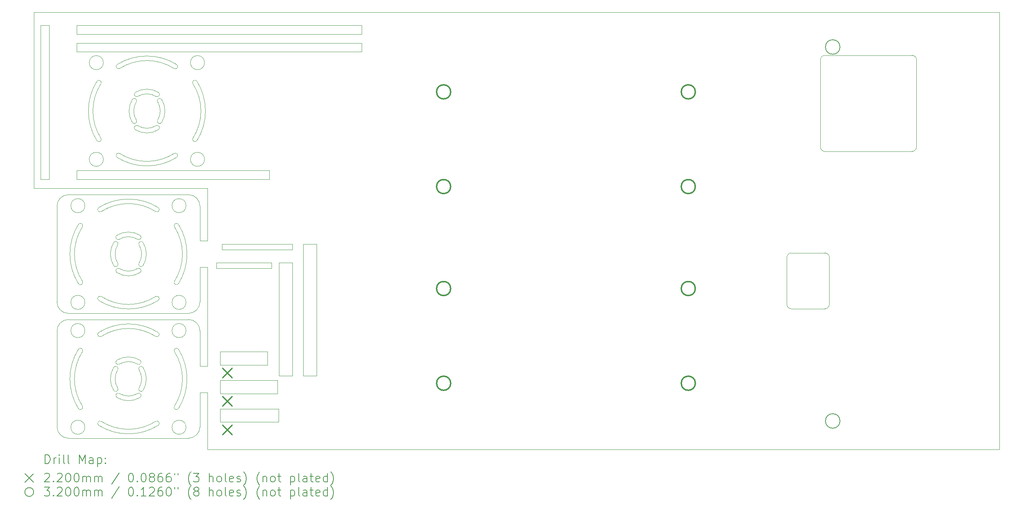
<source format=gbr>
%TF.GenerationSoftware,KiCad,Pcbnew,8.0.9-8.0.9-0~ubuntu24.04.1*%
%TF.CreationDate,2025-03-26T21:15:21+01:00*%
%TF.ProjectId,HighIsoXFMR,48696768-4973-46f5-9846-4d522e6b6963,rev?*%
%TF.SameCoordinates,Original*%
%TF.FileFunction,Drillmap*%
%TF.FilePolarity,Positive*%
%FSLAX45Y45*%
G04 Gerber Fmt 4.5, Leading zero omitted, Abs format (unit mm)*
G04 Created by KiCad (PCBNEW 8.0.9-8.0.9-0~ubuntu24.04.1) date 2025-03-26 21:15:21*
%MOMM*%
%LPD*%
G01*
G04 APERTURE LIST*
%ADD10C,0.100000*%
%ADD11C,0.150000*%
%ADD12C,0.050000*%
%ADD13C,0.200000*%
%ADD14C,0.220000*%
%ADD15C,0.320000*%
G04 APERTURE END LIST*
D10*
X7287500Y-12725000D02*
X8362500Y-12725000D01*
X8362500Y-13025000D01*
X7287500Y-13025000D01*
X7287500Y-12725000D01*
X3836152Y-14690000D02*
G75*
G02*
X3576150Y-14430000I-2J260000D01*
G01*
X9175000Y-10275000D02*
X9475000Y-10275000D01*
X9475000Y-13275000D01*
X9175000Y-13275000D01*
X9175000Y-10275000D01*
X7000000Y-9000000D02*
X6998848Y-10200000D01*
X6825000Y-13650000D02*
X7000000Y-13650000D01*
X6825000Y-13050000D02*
X7000000Y-13050000D01*
X3200000Y-5300000D02*
X3400000Y-5300000D01*
X3400000Y-8800000D01*
X3200000Y-8800000D01*
X3200000Y-5300000D01*
X7000000Y-9000000D02*
X3050000Y-9000000D01*
X3836152Y-11990000D02*
X6566152Y-11990000D01*
X4025000Y-5700000D02*
X10500000Y-5700000D01*
X10500000Y-5900000D01*
X4025000Y-5900000D01*
X4025000Y-5700000D01*
X6823848Y-10800000D02*
X6998848Y-10800000D01*
X6825000Y-11590000D02*
X6823848Y-10800000D01*
X25000000Y-14950000D02*
X7000000Y-14950000D01*
X7287500Y-14025000D02*
X8612500Y-14025000D01*
X8612500Y-14325000D01*
X7287500Y-14325000D01*
X7287500Y-14025000D01*
X25000000Y-14950000D02*
X25000000Y-5000000D01*
X7325000Y-10275000D02*
X8925000Y-10275000D01*
X8925000Y-10400000D01*
X7325000Y-10400000D01*
X7325000Y-10275000D01*
X8625000Y-10700000D02*
X8925000Y-10700000D01*
X8925000Y-13275000D01*
X8625000Y-13275000D01*
X8625000Y-10700000D01*
X3575000Y-9410000D02*
G75*
G02*
X3835000Y-9150000I260000J0D01*
G01*
X25000000Y-5000000D02*
X3050000Y-5000000D01*
X6565000Y-11850000D02*
X3835000Y-11850000D01*
X3050000Y-5000000D02*
X3050000Y-9000000D01*
X3576152Y-14430000D02*
X3576152Y-12250000D01*
X6825000Y-13050000D02*
X6826152Y-12250000D01*
X3575000Y-11590000D02*
X3575000Y-9410000D01*
X6823848Y-10200000D02*
X6825000Y-9410000D01*
X4025000Y-8600000D02*
X8400000Y-8600000D01*
X8400000Y-8800000D01*
X4025000Y-8800000D01*
X4025000Y-8600000D01*
X7200000Y-10700000D02*
X8450000Y-10700000D01*
X8450000Y-10825000D01*
X7200000Y-10825000D01*
X7200000Y-10700000D01*
X6998848Y-10800000D02*
X7000000Y-13050000D01*
X6565000Y-9150000D02*
G75*
G02*
X6825000Y-9410000I0J-260000D01*
G01*
X6826152Y-14430000D02*
G75*
G02*
X6566152Y-14690002I-260002J0D01*
G01*
X3576152Y-12250000D02*
G75*
G02*
X3836152Y-11990002I259998J0D01*
G01*
X3835000Y-11850000D02*
G75*
G02*
X3575000Y-11590000I0J260000D01*
G01*
X6566152Y-14690000D02*
X3836152Y-14690000D01*
X4025000Y-5300000D02*
X10500000Y-5300000D01*
X10500000Y-5500000D01*
X4025000Y-5500000D01*
X4025000Y-5300000D01*
X7287500Y-13375000D02*
X8587500Y-13375000D01*
X8587500Y-13675000D01*
X7287500Y-13675000D01*
X7287500Y-13375000D01*
X6566152Y-11990000D02*
G75*
G02*
X6826150Y-12250000I-2J-260000D01*
G01*
X6823848Y-10200000D02*
X6998848Y-10200000D01*
X3835000Y-9150000D02*
X6565000Y-9150000D01*
X6825000Y-11590000D02*
G75*
G02*
X6565000Y-11850000I-260000J0D01*
G01*
X6826152Y-14430000D02*
X6825000Y-13650000D01*
X7000000Y-13650000D02*
X7000000Y-14950000D01*
X20166260Y-11645800D02*
X20166260Y-10575800D01*
X20266260Y-10475800D02*
X21031460Y-10475800D01*
X20928260Y-8064400D02*
X20928260Y-6080000D01*
X21028260Y-5980000D02*
X23012660Y-5980000D01*
X21031460Y-11745800D02*
X20266260Y-11745800D01*
X21131460Y-10575800D02*
X21131460Y-11645800D01*
X23012660Y-8164400D02*
X21028260Y-8164400D01*
X23112660Y-6080000D02*
X23112660Y-8064400D01*
X20166260Y-10575800D02*
G75*
G02*
X20266260Y-10475800I100000J0D01*
G01*
X20266260Y-11745800D02*
G75*
G02*
X20166260Y-11645800I0J100000D01*
G01*
X20928260Y-6080000D02*
G75*
G02*
X21028260Y-5980000I100000J0D01*
G01*
X21028260Y-8164400D02*
G75*
G02*
X20928260Y-8064400I0J100000D01*
G01*
X21031460Y-10475800D02*
G75*
G02*
X21131460Y-10575800I0J-100000D01*
G01*
X21131460Y-11645800D02*
G75*
G02*
X21031460Y-11745800I-100000J0D01*
G01*
X23012660Y-5980000D02*
G75*
G02*
X23112660Y-6080000I0J-100000D01*
G01*
X23112660Y-8064400D02*
G75*
G02*
X23012660Y-8164400I-100000J0D01*
G01*
D11*
X21372660Y-5789500D02*
G75*
G02*
X21042660Y-5789500I-165000J0D01*
G01*
X21042660Y-5789500D02*
G75*
G02*
X21372660Y-5789500I165000J0D01*
G01*
X21372660Y-14298500D02*
G75*
G02*
X21042660Y-14298500I-165000J0D01*
G01*
X21042660Y-14298500D02*
G75*
G02*
X21372660Y-14298500I165000J0D01*
G01*
D12*
X3870000Y-10500000D02*
G75*
G02*
X4063717Y-9823654I1259685J5121D01*
G01*
X3972477Y-10499959D02*
G75*
G02*
X4154323Y-9880199I1147045J0D01*
G01*
X4063717Y-9823654D02*
G75*
G02*
X4154323Y-9880199I44068J-30252D01*
G01*
X4063717Y-11176263D02*
G75*
G02*
X3870000Y-10500000I1065964J671224D01*
G01*
X4154323Y-11119719D02*
G75*
G02*
X3972477Y-10499959I965199J619760D01*
G01*
X4154323Y-11119719D02*
G75*
G02*
X4063717Y-11176264I-46538J-26293D01*
G01*
X4524360Y-11556007D02*
G75*
G02*
X4580905Y-11465401I30252J44068D01*
G01*
X4524360Y-9443360D02*
G75*
G02*
X5200624Y-9249643I671224J-1065965D01*
G01*
X4580905Y-9533966D02*
G75*
G02*
X4524360Y-9443360I-26293J46538D01*
G01*
X4580905Y-9533966D02*
G75*
G02*
X5200665Y-9352121I619760J-965199D01*
G01*
X4790000Y-10499941D02*
G75*
G02*
X4865574Y-10235813I505460J-1750D01*
G01*
X4865574Y-10764127D02*
G75*
G02*
X4790000Y-10499941I429888J265878D01*
G01*
X4865577Y-10235788D02*
G75*
G02*
X4956183Y-10292333I44068J-30252D01*
G01*
X4896752Y-10499970D02*
G75*
G02*
X4956183Y-10292333I393432J-285D01*
G01*
X4935824Y-10074565D02*
G75*
G02*
X5199970Y-9998980I265896J-429874D01*
G01*
X4936453Y-10921430D02*
G75*
G02*
X4992998Y-10830824I30252J44068D01*
G01*
X4956183Y-10707608D02*
G75*
G02*
X4865577Y-10764152I-46538J-26293D01*
G01*
X4956183Y-10707608D02*
G75*
G02*
X4896752Y-10499970I334002J207923D01*
G01*
X4992363Y-10165162D02*
G75*
G02*
X4935817Y-10074556I-26293J46538D01*
G01*
X4992363Y-10165162D02*
G75*
G02*
X5200000Y-10105732I207924J-334005D01*
G01*
X5199970Y-9998980D02*
G75*
G02*
X5464157Y-10074554I-1691J-505459D01*
G01*
X5200000Y-10105732D02*
G75*
G02*
X5407637Y-10165162I-286J-393435D01*
G01*
X5200624Y-11749723D02*
G75*
G02*
X4524360Y-11556007I-5039J1259682D01*
G01*
X5200635Y-10890254D02*
G75*
G02*
X4992998Y-10830824I286J393435D01*
G01*
X5200665Y-9352121D02*
G75*
G02*
X5820425Y-9533966I0J-1147044D01*
G01*
X5200665Y-10997006D02*
G75*
G02*
X4936478Y-10921432I1690J505459D01*
G01*
X5200665Y-11647246D02*
G75*
G02*
X4580905Y-11465401I0J1147045D01*
G01*
X5200706Y-9249643D02*
G75*
G02*
X5876969Y-9443360I5039J-1259682D01*
G01*
X5408272Y-10830824D02*
G75*
G02*
X5200635Y-10890254I-207923J334005D01*
G01*
X5408272Y-10830824D02*
G75*
G02*
X5464817Y-10921430I26293J-46539D01*
G01*
X5440570Y-10292363D02*
G75*
G02*
X5500000Y-10500000I-334004J-207923D01*
G01*
X5440570Y-10292363D02*
G75*
G02*
X5531176Y-10235818I46538J26293D01*
G01*
X5464163Y-10074544D02*
G75*
G02*
X5407637Y-10165162I-30233J-44080D01*
G01*
X5464792Y-10921432D02*
G75*
G02*
X5200665Y-10997006I-265877J429885D01*
G01*
X5500000Y-10500000D02*
G75*
G02*
X5440570Y-10707637I-393435J286D01*
G01*
X5531176Y-10764182D02*
G75*
G02*
X5440570Y-10707638I-44068J30251D01*
G01*
X5531178Y-10235843D02*
G75*
G02*
X5606752Y-10500030I-429885J-265877D01*
G01*
X5606752Y-10500030D02*
G75*
G02*
X5531178Y-10764157I-505459J1750D01*
G01*
X5820425Y-11465401D02*
G75*
G02*
X5200665Y-11647246I-619760J965200D01*
G01*
X5820425Y-11465401D02*
G75*
G02*
X5876972Y-11556010I26295J-46539D01*
G01*
X5876969Y-11556007D02*
G75*
G02*
X5200706Y-11749723I-671224J1065966D01*
G01*
X5876969Y-9443360D02*
G75*
G02*
X5820425Y-9533966I-30251J-44068D01*
G01*
X6245677Y-9880240D02*
G75*
G02*
X6336284Y-9823695I46539J26293D01*
G01*
X6245677Y-9880240D02*
G75*
G02*
X6427523Y-10500000I-965197J-619760D01*
G01*
X6336283Y-9823695D02*
G75*
G02*
X6530000Y-10499959I-1065963J-671225D01*
G01*
X6336283Y-11176305D02*
G75*
G02*
X6245681Y-11119762I-44063J30255D01*
G01*
X6427523Y-10500000D02*
G75*
G02*
X6245677Y-11119760I-1147043J0D01*
G01*
X6530000Y-10500041D02*
G75*
G02*
X6336283Y-11176304I-1259680J-5039D01*
G01*
X4210000Y-9400000D02*
G75*
G02*
X3890000Y-9400000I-160000J0D01*
G01*
X3890000Y-9400000D02*
G75*
G02*
X4210000Y-9400000I160000J0D01*
G01*
X4210000Y-11600000D02*
G75*
G02*
X3890000Y-11600000I-160000J0D01*
G01*
X3890000Y-11600000D02*
G75*
G02*
X4210000Y-11600000I160000J0D01*
G01*
X6510000Y-9400000D02*
G75*
G02*
X6190000Y-9400000I-160000J0D01*
G01*
X6190000Y-9400000D02*
G75*
G02*
X6510000Y-9400000I160000J0D01*
G01*
X6510000Y-11600000D02*
G75*
G02*
X6190000Y-11600000I-160000J0D01*
G01*
X6190000Y-11600000D02*
G75*
G02*
X6510000Y-11600000I160000J0D01*
G01*
X3870000Y-13341547D02*
G75*
G02*
X4063717Y-12665202I1259685J5121D01*
G01*
X3972477Y-13341506D02*
G75*
G02*
X4154323Y-12721746I1147045J0D01*
G01*
X4063717Y-12665202D02*
G75*
G02*
X4154323Y-12721746I44068J-30252D01*
G01*
X4063717Y-14017811D02*
G75*
G02*
X3870000Y-13341547I1065964J671224D01*
G01*
X4154323Y-13961266D02*
G75*
G02*
X3972477Y-13341506I965199J619760D01*
G01*
X4154323Y-13961266D02*
G75*
G02*
X4063717Y-14017811I-46538J-26293D01*
G01*
X4524360Y-14397554D02*
G75*
G02*
X4580905Y-14306948I30252J44068D01*
G01*
X4524360Y-12284908D02*
G75*
G02*
X5200624Y-12091191I671224J-1065965D01*
G01*
X4580905Y-12375514D02*
G75*
G02*
X4524360Y-12284907I-26293J46538D01*
G01*
X4580905Y-12375514D02*
G75*
G02*
X5200665Y-12193668I619760J-965199D01*
G01*
X4790000Y-13341488D02*
G75*
G02*
X4865574Y-13077361I505460J-1750D01*
G01*
X4865574Y-13605675D02*
G75*
G02*
X4790000Y-13341488I429888J265878D01*
G01*
X4865577Y-13077336D02*
G75*
G02*
X4956183Y-13133880I44068J-30252D01*
G01*
X4896752Y-13341518D02*
G75*
G02*
X4956183Y-13133880I393432J-285D01*
G01*
X4935824Y-12916113D02*
G75*
G02*
X5199970Y-12840527I265896J-429874D01*
G01*
X4936453Y-13762977D02*
G75*
G02*
X4992998Y-13672371I30252J44068D01*
G01*
X4956183Y-13549155D02*
G75*
G02*
X4865577Y-13605700I-46538J-26293D01*
G01*
X4956183Y-13549155D02*
G75*
G02*
X4896752Y-13341518I334002J207923D01*
G01*
X4992363Y-13006710D02*
G75*
G02*
X4935817Y-12916104I-26293J46538D01*
G01*
X4992363Y-13006710D02*
G75*
G02*
X5200000Y-12947279I207924J-334005D01*
G01*
X5199970Y-12840527D02*
G75*
G02*
X5464157Y-12916101I-1691J-505459D01*
G01*
X5200000Y-12947279D02*
G75*
G02*
X5407637Y-13006710I-286J-393435D01*
G01*
X5200624Y-14591271D02*
G75*
G02*
X4524360Y-14397554I-5039J1259682D01*
G01*
X5200635Y-13731801D02*
G75*
G02*
X4992998Y-13672371I286J393435D01*
G01*
X5200665Y-12193668D02*
G75*
G02*
X5820425Y-12375514I0J-1147044D01*
G01*
X5200665Y-13838554D02*
G75*
G02*
X4936478Y-13762980I1690J505459D01*
G01*
X5200665Y-14488794D02*
G75*
G02*
X4580905Y-14306948I0J1147045D01*
G01*
X5200706Y-12091191D02*
G75*
G02*
X5876969Y-12284908I5039J-1259682D01*
G01*
X5408272Y-13672371D02*
G75*
G02*
X5200635Y-13731801I-207923J334005D01*
G01*
X5408272Y-13672371D02*
G75*
G02*
X5464817Y-13762977I26293J-46539D01*
G01*
X5440570Y-13133910D02*
G75*
G02*
X5500000Y-13341547I-334004J-207923D01*
G01*
X5440570Y-13133910D02*
G75*
G02*
X5531176Y-13077365I46538J26293D01*
G01*
X5464163Y-12916092D02*
G75*
G02*
X5407637Y-13006710I-30233J-44080D01*
G01*
X5464792Y-13762980D02*
G75*
G02*
X5200665Y-13838554I-265877J429885D01*
G01*
X5500000Y-13341547D02*
G75*
G02*
X5440570Y-13549185I-393435J286D01*
G01*
X5531176Y-13605729D02*
G75*
G02*
X5440570Y-13549185I-44068J30251D01*
G01*
X5531178Y-13077391D02*
G75*
G02*
X5606752Y-13341577I-429885J-265877D01*
G01*
X5606752Y-13341577D02*
G75*
G02*
X5531178Y-13605704I-505459J1750D01*
G01*
X5820425Y-14306948D02*
G75*
G02*
X5200665Y-14488794I-619760J965200D01*
G01*
X5820425Y-14306948D02*
G75*
G02*
X5876972Y-14397558I26295J-46539D01*
G01*
X5876969Y-14397554D02*
G75*
G02*
X5200706Y-14591271I-671224J1065966D01*
G01*
X5876969Y-12284907D02*
G75*
G02*
X5820425Y-12375514I-30251J-44068D01*
G01*
X6245677Y-12721787D02*
G75*
G02*
X6336284Y-12665242I46539J26293D01*
G01*
X6245677Y-12721787D02*
G75*
G02*
X6427523Y-13341547I-965197J-619760D01*
G01*
X6336283Y-12665243D02*
G75*
G02*
X6530000Y-13341506I-1065963J-671225D01*
G01*
X6336283Y-14017852D02*
G75*
G02*
X6245681Y-13961310I-44063J30255D01*
G01*
X6427523Y-13341547D02*
G75*
G02*
X6245677Y-13961307I-1147043J0D01*
G01*
X6530000Y-13341589D02*
G75*
G02*
X6336283Y-14017852I-1259680J-5039D01*
G01*
X4210000Y-12241547D02*
G75*
G02*
X3890000Y-12241547I-160000J0D01*
G01*
X3890000Y-12241547D02*
G75*
G02*
X4210000Y-12241547I160000J0D01*
G01*
X4210000Y-14441547D02*
G75*
G02*
X3890000Y-14441547I-160000J0D01*
G01*
X3890000Y-14441547D02*
G75*
G02*
X4210000Y-14441547I160000J0D01*
G01*
X6510000Y-12241547D02*
G75*
G02*
X6190000Y-12241547I-160000J0D01*
G01*
X6190000Y-12241547D02*
G75*
G02*
X6510000Y-12241547I160000J0D01*
G01*
X6510000Y-14441547D02*
G75*
G02*
X6190000Y-14441547I-160000J0D01*
G01*
X6190000Y-14441547D02*
G75*
G02*
X6510000Y-14441547I160000J0D01*
G01*
X4290000Y-7244719D02*
G75*
G02*
X4483717Y-6568456I1259680J5039D01*
G01*
X4392477Y-7244760D02*
G75*
G02*
X4574323Y-6625000I1147043J0D01*
G01*
X4483717Y-6568455D02*
G75*
G02*
X4574319Y-6624998I44063J-30255D01*
G01*
X4483717Y-7921065D02*
G75*
G02*
X4290000Y-7244801I1065963J671225D01*
G01*
X4574323Y-7864520D02*
G75*
G02*
X4392477Y-7244760I965197J619760D01*
G01*
X4574323Y-7864520D02*
G75*
G02*
X4483716Y-7921065I-46539J-26293D01*
G01*
X4943031Y-8301400D02*
G75*
G02*
X4999575Y-8210794I30251J44068D01*
G01*
X4943031Y-6188753D02*
G75*
G02*
X5619294Y-5995037I671224J-1065966D01*
G01*
X4999575Y-6279359D02*
G75*
G02*
X4943028Y-6188750I-26295J46539D01*
G01*
X4999575Y-6279359D02*
G75*
G02*
X5619335Y-6097514I619760J-965200D01*
G01*
X5213248Y-7244730D02*
G75*
G02*
X5288822Y-6980603I505459J-1750D01*
G01*
X5288822Y-7508917D02*
G75*
G02*
X5213248Y-7244730I429885J265877D01*
G01*
X5288824Y-6980578D02*
G75*
G02*
X5379430Y-7037122I44068J-30251D01*
G01*
X5320000Y-7244760D02*
G75*
G02*
X5379430Y-7037123I393435J-286D01*
G01*
X5355208Y-6823328D02*
G75*
G02*
X5619335Y-6747754I265877J-429885D01*
G01*
X5355837Y-7670216D02*
G75*
G02*
X5412363Y-7579598I30233J44080D01*
G01*
X5379430Y-7452397D02*
G75*
G02*
X5288824Y-7508942I-46538J-26293D01*
G01*
X5379430Y-7452397D02*
G75*
G02*
X5320000Y-7244760I334004J207923D01*
G01*
X5411728Y-6913936D02*
G75*
G02*
X5355183Y-6823330I-26293J46539D01*
G01*
X5411728Y-6913936D02*
G75*
G02*
X5619365Y-6854506I207923J-334005D01*
G01*
X5619294Y-8495117D02*
G75*
G02*
X4943031Y-8301400I-5039J1259682D01*
G01*
X5619335Y-6097514D02*
G75*
G02*
X6239095Y-6279359I0J-1147045D01*
G01*
X5619335Y-6747754D02*
G75*
G02*
X5883522Y-6823328I-1690J-505459D01*
G01*
X5619335Y-8392639D02*
G75*
G02*
X4999575Y-8210794I0J1147044D01*
G01*
X5619365Y-6854506D02*
G75*
G02*
X5827002Y-6913936I-286J-393435D01*
G01*
X5619376Y-5995037D02*
G75*
G02*
X6295640Y-6188753I5039J-1259682D01*
G01*
X5620000Y-7639028D02*
G75*
G02*
X5412363Y-7579598I286J393435D01*
G01*
X5620030Y-7745780D02*
G75*
G02*
X5355843Y-7670206I1691J505459D01*
G01*
X5827637Y-7579598D02*
G75*
G02*
X5620000Y-7639028I-207924J334005D01*
G01*
X5827637Y-7579598D02*
G75*
G02*
X5884183Y-7670204I26293J-46538D01*
G01*
X5863817Y-7037152D02*
G75*
G02*
X5923248Y-7244790I-334002J-207923D01*
G01*
X5863817Y-7037152D02*
G75*
G02*
X5954423Y-6980608I46538J26293D01*
G01*
X5883547Y-6823330D02*
G75*
G02*
X5827002Y-6913936I-30252J-44068D01*
G01*
X5884176Y-7670195D02*
G75*
G02*
X5620030Y-7745780I-265896J429874D01*
G01*
X5923248Y-7244790D02*
G75*
G02*
X5863817Y-7452427I-393432J285D01*
G01*
X5954423Y-7508972D02*
G75*
G02*
X5863817Y-7452427I-44068J30252D01*
G01*
X5954426Y-6980633D02*
G75*
G02*
X6030000Y-7244819I-429888J-265878D01*
G01*
X6030000Y-7244819D02*
G75*
G02*
X5954426Y-7508947I-505460J1750D01*
G01*
X6239095Y-8210794D02*
G75*
G02*
X5619335Y-8392639I-619760J965199D01*
G01*
X6239095Y-8210794D02*
G75*
G02*
X6295640Y-8301400I26293J-46538D01*
G01*
X6295640Y-8301400D02*
G75*
G02*
X5619376Y-8495117I-671224J1065965D01*
G01*
X6295640Y-6188753D02*
G75*
G02*
X6239095Y-6279359I-30252J-44068D01*
G01*
X6665677Y-6625041D02*
G75*
G02*
X6756283Y-6568496I46538J26293D01*
G01*
X6665677Y-6625041D02*
G75*
G02*
X6847523Y-7244801I-965199J-619760D01*
G01*
X6756283Y-6568497D02*
G75*
G02*
X6950000Y-7244760I-1065965J-671224D01*
G01*
X6756283Y-7921106D02*
G75*
G02*
X6665677Y-7864561I-44068J30252D01*
G01*
X6847523Y-7244801D02*
G75*
G02*
X6665677Y-7864561I-1147045J0D01*
G01*
X6950000Y-7244760D02*
G75*
G02*
X6756283Y-7921106I-1259685J-5121D01*
G01*
X4630000Y-6144760D02*
G75*
G02*
X4310000Y-6144760I-160000J0D01*
G01*
X4310000Y-6144760D02*
G75*
G02*
X4630000Y-6144760I160000J0D01*
G01*
X4630000Y-8344760D02*
G75*
G02*
X4310000Y-8344760I-160000J0D01*
G01*
X4310000Y-8344760D02*
G75*
G02*
X4630000Y-8344760I160000J0D01*
G01*
X6930000Y-6144760D02*
G75*
G02*
X6610000Y-6144760I-160000J0D01*
G01*
X6610000Y-6144760D02*
G75*
G02*
X6930000Y-6144760I160000J0D01*
G01*
X6930000Y-8344760D02*
G75*
G02*
X6610000Y-8344760I-160000J0D01*
G01*
X6610000Y-8344760D02*
G75*
G02*
X6930000Y-8344760I160000J0D01*
G01*
D13*
D14*
X7339000Y-13090000D02*
X7559000Y-13310000D01*
X7559000Y-13090000D02*
X7339000Y-13310000D01*
X7339000Y-13740000D02*
X7559000Y-13960000D01*
X7559000Y-13740000D02*
X7339000Y-13960000D01*
X7339000Y-14390000D02*
X7559000Y-14610000D01*
X7559000Y-14390000D02*
X7339000Y-14610000D01*
D15*
X12524000Y-6810000D02*
G75*
G02*
X12204000Y-6810000I-160000J0D01*
G01*
X12204000Y-6810000D02*
G75*
G02*
X12524000Y-6810000I160000J0D01*
G01*
X12524000Y-8965000D02*
G75*
G02*
X12204000Y-8965000I-160000J0D01*
G01*
X12204000Y-8965000D02*
G75*
G02*
X12524000Y-8965000I160000J0D01*
G01*
X12524000Y-11285000D02*
G75*
G02*
X12204000Y-11285000I-160000J0D01*
G01*
X12204000Y-11285000D02*
G75*
G02*
X12524000Y-11285000I160000J0D01*
G01*
X12524000Y-13440000D02*
G75*
G02*
X12204000Y-13440000I-160000J0D01*
G01*
X12204000Y-13440000D02*
G75*
G02*
X12524000Y-13440000I160000J0D01*
G01*
X18085000Y-6810000D02*
G75*
G02*
X17765000Y-6810000I-160000J0D01*
G01*
X17765000Y-6810000D02*
G75*
G02*
X18085000Y-6810000I160000J0D01*
G01*
X18085000Y-8965000D02*
G75*
G02*
X17765000Y-8965000I-160000J0D01*
G01*
X17765000Y-8965000D02*
G75*
G02*
X18085000Y-8965000I160000J0D01*
G01*
X18085000Y-11285000D02*
G75*
G02*
X17765000Y-11285000I-160000J0D01*
G01*
X17765000Y-11285000D02*
G75*
G02*
X18085000Y-11285000I160000J0D01*
G01*
X18085000Y-13440000D02*
G75*
G02*
X17765000Y-13440000I-160000J0D01*
G01*
X17765000Y-13440000D02*
G75*
G02*
X18085000Y-13440000I160000J0D01*
G01*
D13*
X3305777Y-15266484D02*
X3305777Y-15066484D01*
X3305777Y-15066484D02*
X3353396Y-15066484D01*
X3353396Y-15066484D02*
X3381967Y-15076008D01*
X3381967Y-15076008D02*
X3401015Y-15095055D01*
X3401015Y-15095055D02*
X3410539Y-15114103D01*
X3410539Y-15114103D02*
X3420062Y-15152198D01*
X3420062Y-15152198D02*
X3420062Y-15180769D01*
X3420062Y-15180769D02*
X3410539Y-15218865D01*
X3410539Y-15218865D02*
X3401015Y-15237912D01*
X3401015Y-15237912D02*
X3381967Y-15256960D01*
X3381967Y-15256960D02*
X3353396Y-15266484D01*
X3353396Y-15266484D02*
X3305777Y-15266484D01*
X3505777Y-15266484D02*
X3505777Y-15133150D01*
X3505777Y-15171246D02*
X3515301Y-15152198D01*
X3515301Y-15152198D02*
X3524824Y-15142674D01*
X3524824Y-15142674D02*
X3543872Y-15133150D01*
X3543872Y-15133150D02*
X3562920Y-15133150D01*
X3629586Y-15266484D02*
X3629586Y-15133150D01*
X3629586Y-15066484D02*
X3620062Y-15076008D01*
X3620062Y-15076008D02*
X3629586Y-15085531D01*
X3629586Y-15085531D02*
X3639110Y-15076008D01*
X3639110Y-15076008D02*
X3629586Y-15066484D01*
X3629586Y-15066484D02*
X3629586Y-15085531D01*
X3753396Y-15266484D02*
X3734348Y-15256960D01*
X3734348Y-15256960D02*
X3724824Y-15237912D01*
X3724824Y-15237912D02*
X3724824Y-15066484D01*
X3858158Y-15266484D02*
X3839110Y-15256960D01*
X3839110Y-15256960D02*
X3829586Y-15237912D01*
X3829586Y-15237912D02*
X3829586Y-15066484D01*
X4086729Y-15266484D02*
X4086729Y-15066484D01*
X4086729Y-15066484D02*
X4153396Y-15209341D01*
X4153396Y-15209341D02*
X4220063Y-15066484D01*
X4220063Y-15066484D02*
X4220063Y-15266484D01*
X4401015Y-15266484D02*
X4401015Y-15161722D01*
X4401015Y-15161722D02*
X4391491Y-15142674D01*
X4391491Y-15142674D02*
X4372444Y-15133150D01*
X4372444Y-15133150D02*
X4334348Y-15133150D01*
X4334348Y-15133150D02*
X4315301Y-15142674D01*
X4401015Y-15256960D02*
X4381967Y-15266484D01*
X4381967Y-15266484D02*
X4334348Y-15266484D01*
X4334348Y-15266484D02*
X4315301Y-15256960D01*
X4315301Y-15256960D02*
X4305777Y-15237912D01*
X4305777Y-15237912D02*
X4305777Y-15218865D01*
X4305777Y-15218865D02*
X4315301Y-15199817D01*
X4315301Y-15199817D02*
X4334348Y-15190293D01*
X4334348Y-15190293D02*
X4381967Y-15190293D01*
X4381967Y-15190293D02*
X4401015Y-15180769D01*
X4496253Y-15133150D02*
X4496253Y-15333150D01*
X4496253Y-15142674D02*
X4515301Y-15133150D01*
X4515301Y-15133150D02*
X4553396Y-15133150D01*
X4553396Y-15133150D02*
X4572444Y-15142674D01*
X4572444Y-15142674D02*
X4581967Y-15152198D01*
X4581967Y-15152198D02*
X4591491Y-15171246D01*
X4591491Y-15171246D02*
X4591491Y-15228388D01*
X4591491Y-15228388D02*
X4581967Y-15247436D01*
X4581967Y-15247436D02*
X4572444Y-15256960D01*
X4572444Y-15256960D02*
X4553396Y-15266484D01*
X4553396Y-15266484D02*
X4515301Y-15266484D01*
X4515301Y-15266484D02*
X4496253Y-15256960D01*
X4677205Y-15247436D02*
X4686729Y-15256960D01*
X4686729Y-15256960D02*
X4677205Y-15266484D01*
X4677205Y-15266484D02*
X4667682Y-15256960D01*
X4667682Y-15256960D02*
X4677205Y-15247436D01*
X4677205Y-15247436D02*
X4677205Y-15266484D01*
X4677205Y-15142674D02*
X4686729Y-15152198D01*
X4686729Y-15152198D02*
X4677205Y-15161722D01*
X4677205Y-15161722D02*
X4667682Y-15152198D01*
X4667682Y-15152198D02*
X4677205Y-15142674D01*
X4677205Y-15142674D02*
X4677205Y-15161722D01*
X2845000Y-15495000D02*
X3045000Y-15695000D01*
X3045000Y-15495000D02*
X2845000Y-15695000D01*
X3296253Y-15505531D02*
X3305777Y-15496008D01*
X3305777Y-15496008D02*
X3324824Y-15486484D01*
X3324824Y-15486484D02*
X3372443Y-15486484D01*
X3372443Y-15486484D02*
X3391491Y-15496008D01*
X3391491Y-15496008D02*
X3401015Y-15505531D01*
X3401015Y-15505531D02*
X3410539Y-15524579D01*
X3410539Y-15524579D02*
X3410539Y-15543627D01*
X3410539Y-15543627D02*
X3401015Y-15572198D01*
X3401015Y-15572198D02*
X3286729Y-15686484D01*
X3286729Y-15686484D02*
X3410539Y-15686484D01*
X3496253Y-15667436D02*
X3505777Y-15676960D01*
X3505777Y-15676960D02*
X3496253Y-15686484D01*
X3496253Y-15686484D02*
X3486729Y-15676960D01*
X3486729Y-15676960D02*
X3496253Y-15667436D01*
X3496253Y-15667436D02*
X3496253Y-15686484D01*
X3581967Y-15505531D02*
X3591491Y-15496008D01*
X3591491Y-15496008D02*
X3610539Y-15486484D01*
X3610539Y-15486484D02*
X3658158Y-15486484D01*
X3658158Y-15486484D02*
X3677205Y-15496008D01*
X3677205Y-15496008D02*
X3686729Y-15505531D01*
X3686729Y-15505531D02*
X3696253Y-15524579D01*
X3696253Y-15524579D02*
X3696253Y-15543627D01*
X3696253Y-15543627D02*
X3686729Y-15572198D01*
X3686729Y-15572198D02*
X3572443Y-15686484D01*
X3572443Y-15686484D02*
X3696253Y-15686484D01*
X3820062Y-15486484D02*
X3839110Y-15486484D01*
X3839110Y-15486484D02*
X3858158Y-15496008D01*
X3858158Y-15496008D02*
X3867682Y-15505531D01*
X3867682Y-15505531D02*
X3877205Y-15524579D01*
X3877205Y-15524579D02*
X3886729Y-15562674D01*
X3886729Y-15562674D02*
X3886729Y-15610293D01*
X3886729Y-15610293D02*
X3877205Y-15648388D01*
X3877205Y-15648388D02*
X3867682Y-15667436D01*
X3867682Y-15667436D02*
X3858158Y-15676960D01*
X3858158Y-15676960D02*
X3839110Y-15686484D01*
X3839110Y-15686484D02*
X3820062Y-15686484D01*
X3820062Y-15686484D02*
X3801015Y-15676960D01*
X3801015Y-15676960D02*
X3791491Y-15667436D01*
X3791491Y-15667436D02*
X3781967Y-15648388D01*
X3781967Y-15648388D02*
X3772443Y-15610293D01*
X3772443Y-15610293D02*
X3772443Y-15562674D01*
X3772443Y-15562674D02*
X3781967Y-15524579D01*
X3781967Y-15524579D02*
X3791491Y-15505531D01*
X3791491Y-15505531D02*
X3801015Y-15496008D01*
X3801015Y-15496008D02*
X3820062Y-15486484D01*
X4010539Y-15486484D02*
X4029586Y-15486484D01*
X4029586Y-15486484D02*
X4048634Y-15496008D01*
X4048634Y-15496008D02*
X4058158Y-15505531D01*
X4058158Y-15505531D02*
X4067682Y-15524579D01*
X4067682Y-15524579D02*
X4077205Y-15562674D01*
X4077205Y-15562674D02*
X4077205Y-15610293D01*
X4077205Y-15610293D02*
X4067682Y-15648388D01*
X4067682Y-15648388D02*
X4058158Y-15667436D01*
X4058158Y-15667436D02*
X4048634Y-15676960D01*
X4048634Y-15676960D02*
X4029586Y-15686484D01*
X4029586Y-15686484D02*
X4010539Y-15686484D01*
X4010539Y-15686484D02*
X3991491Y-15676960D01*
X3991491Y-15676960D02*
X3981967Y-15667436D01*
X3981967Y-15667436D02*
X3972443Y-15648388D01*
X3972443Y-15648388D02*
X3962920Y-15610293D01*
X3962920Y-15610293D02*
X3962920Y-15562674D01*
X3962920Y-15562674D02*
X3972443Y-15524579D01*
X3972443Y-15524579D02*
X3981967Y-15505531D01*
X3981967Y-15505531D02*
X3991491Y-15496008D01*
X3991491Y-15496008D02*
X4010539Y-15486484D01*
X4162920Y-15686484D02*
X4162920Y-15553150D01*
X4162920Y-15572198D02*
X4172443Y-15562674D01*
X4172443Y-15562674D02*
X4191491Y-15553150D01*
X4191491Y-15553150D02*
X4220063Y-15553150D01*
X4220063Y-15553150D02*
X4239110Y-15562674D01*
X4239110Y-15562674D02*
X4248634Y-15581722D01*
X4248634Y-15581722D02*
X4248634Y-15686484D01*
X4248634Y-15581722D02*
X4258158Y-15562674D01*
X4258158Y-15562674D02*
X4277205Y-15553150D01*
X4277205Y-15553150D02*
X4305777Y-15553150D01*
X4305777Y-15553150D02*
X4324825Y-15562674D01*
X4324825Y-15562674D02*
X4334348Y-15581722D01*
X4334348Y-15581722D02*
X4334348Y-15686484D01*
X4429586Y-15686484D02*
X4429586Y-15553150D01*
X4429586Y-15572198D02*
X4439110Y-15562674D01*
X4439110Y-15562674D02*
X4458158Y-15553150D01*
X4458158Y-15553150D02*
X4486729Y-15553150D01*
X4486729Y-15553150D02*
X4505777Y-15562674D01*
X4505777Y-15562674D02*
X4515301Y-15581722D01*
X4515301Y-15581722D02*
X4515301Y-15686484D01*
X4515301Y-15581722D02*
X4524825Y-15562674D01*
X4524825Y-15562674D02*
X4543872Y-15553150D01*
X4543872Y-15553150D02*
X4572444Y-15553150D01*
X4572444Y-15553150D02*
X4591491Y-15562674D01*
X4591491Y-15562674D02*
X4601015Y-15581722D01*
X4601015Y-15581722D02*
X4601015Y-15686484D01*
X4991491Y-15476960D02*
X4820063Y-15734103D01*
X5248634Y-15486484D02*
X5267682Y-15486484D01*
X5267682Y-15486484D02*
X5286729Y-15496008D01*
X5286729Y-15496008D02*
X5296253Y-15505531D01*
X5296253Y-15505531D02*
X5305777Y-15524579D01*
X5305777Y-15524579D02*
X5315301Y-15562674D01*
X5315301Y-15562674D02*
X5315301Y-15610293D01*
X5315301Y-15610293D02*
X5305777Y-15648388D01*
X5305777Y-15648388D02*
X5296253Y-15667436D01*
X5296253Y-15667436D02*
X5286729Y-15676960D01*
X5286729Y-15676960D02*
X5267682Y-15686484D01*
X5267682Y-15686484D02*
X5248634Y-15686484D01*
X5248634Y-15686484D02*
X5229587Y-15676960D01*
X5229587Y-15676960D02*
X5220063Y-15667436D01*
X5220063Y-15667436D02*
X5210539Y-15648388D01*
X5210539Y-15648388D02*
X5201015Y-15610293D01*
X5201015Y-15610293D02*
X5201015Y-15562674D01*
X5201015Y-15562674D02*
X5210539Y-15524579D01*
X5210539Y-15524579D02*
X5220063Y-15505531D01*
X5220063Y-15505531D02*
X5229587Y-15496008D01*
X5229587Y-15496008D02*
X5248634Y-15486484D01*
X5401015Y-15667436D02*
X5410539Y-15676960D01*
X5410539Y-15676960D02*
X5401015Y-15686484D01*
X5401015Y-15686484D02*
X5391491Y-15676960D01*
X5391491Y-15676960D02*
X5401015Y-15667436D01*
X5401015Y-15667436D02*
X5401015Y-15686484D01*
X5534348Y-15486484D02*
X5553396Y-15486484D01*
X5553396Y-15486484D02*
X5572444Y-15496008D01*
X5572444Y-15496008D02*
X5581968Y-15505531D01*
X5581968Y-15505531D02*
X5591491Y-15524579D01*
X5591491Y-15524579D02*
X5601015Y-15562674D01*
X5601015Y-15562674D02*
X5601015Y-15610293D01*
X5601015Y-15610293D02*
X5591491Y-15648388D01*
X5591491Y-15648388D02*
X5581968Y-15667436D01*
X5581968Y-15667436D02*
X5572444Y-15676960D01*
X5572444Y-15676960D02*
X5553396Y-15686484D01*
X5553396Y-15686484D02*
X5534348Y-15686484D01*
X5534348Y-15686484D02*
X5515301Y-15676960D01*
X5515301Y-15676960D02*
X5505777Y-15667436D01*
X5505777Y-15667436D02*
X5496253Y-15648388D01*
X5496253Y-15648388D02*
X5486729Y-15610293D01*
X5486729Y-15610293D02*
X5486729Y-15562674D01*
X5486729Y-15562674D02*
X5496253Y-15524579D01*
X5496253Y-15524579D02*
X5505777Y-15505531D01*
X5505777Y-15505531D02*
X5515301Y-15496008D01*
X5515301Y-15496008D02*
X5534348Y-15486484D01*
X5715301Y-15572198D02*
X5696253Y-15562674D01*
X5696253Y-15562674D02*
X5686729Y-15553150D01*
X5686729Y-15553150D02*
X5677206Y-15534103D01*
X5677206Y-15534103D02*
X5677206Y-15524579D01*
X5677206Y-15524579D02*
X5686729Y-15505531D01*
X5686729Y-15505531D02*
X5696253Y-15496008D01*
X5696253Y-15496008D02*
X5715301Y-15486484D01*
X5715301Y-15486484D02*
X5753396Y-15486484D01*
X5753396Y-15486484D02*
X5772444Y-15496008D01*
X5772444Y-15496008D02*
X5781967Y-15505531D01*
X5781967Y-15505531D02*
X5791491Y-15524579D01*
X5791491Y-15524579D02*
X5791491Y-15534103D01*
X5791491Y-15534103D02*
X5781967Y-15553150D01*
X5781967Y-15553150D02*
X5772444Y-15562674D01*
X5772444Y-15562674D02*
X5753396Y-15572198D01*
X5753396Y-15572198D02*
X5715301Y-15572198D01*
X5715301Y-15572198D02*
X5696253Y-15581722D01*
X5696253Y-15581722D02*
X5686729Y-15591246D01*
X5686729Y-15591246D02*
X5677206Y-15610293D01*
X5677206Y-15610293D02*
X5677206Y-15648388D01*
X5677206Y-15648388D02*
X5686729Y-15667436D01*
X5686729Y-15667436D02*
X5696253Y-15676960D01*
X5696253Y-15676960D02*
X5715301Y-15686484D01*
X5715301Y-15686484D02*
X5753396Y-15686484D01*
X5753396Y-15686484D02*
X5772444Y-15676960D01*
X5772444Y-15676960D02*
X5781967Y-15667436D01*
X5781967Y-15667436D02*
X5791491Y-15648388D01*
X5791491Y-15648388D02*
X5791491Y-15610293D01*
X5791491Y-15610293D02*
X5781967Y-15591246D01*
X5781967Y-15591246D02*
X5772444Y-15581722D01*
X5772444Y-15581722D02*
X5753396Y-15572198D01*
X5962920Y-15486484D02*
X5924825Y-15486484D01*
X5924825Y-15486484D02*
X5905777Y-15496008D01*
X5905777Y-15496008D02*
X5896253Y-15505531D01*
X5896253Y-15505531D02*
X5877206Y-15534103D01*
X5877206Y-15534103D02*
X5867682Y-15572198D01*
X5867682Y-15572198D02*
X5867682Y-15648388D01*
X5867682Y-15648388D02*
X5877206Y-15667436D01*
X5877206Y-15667436D02*
X5886729Y-15676960D01*
X5886729Y-15676960D02*
X5905777Y-15686484D01*
X5905777Y-15686484D02*
X5943872Y-15686484D01*
X5943872Y-15686484D02*
X5962920Y-15676960D01*
X5962920Y-15676960D02*
X5972444Y-15667436D01*
X5972444Y-15667436D02*
X5981967Y-15648388D01*
X5981967Y-15648388D02*
X5981967Y-15600769D01*
X5981967Y-15600769D02*
X5972444Y-15581722D01*
X5972444Y-15581722D02*
X5962920Y-15572198D01*
X5962920Y-15572198D02*
X5943872Y-15562674D01*
X5943872Y-15562674D02*
X5905777Y-15562674D01*
X5905777Y-15562674D02*
X5886729Y-15572198D01*
X5886729Y-15572198D02*
X5877206Y-15581722D01*
X5877206Y-15581722D02*
X5867682Y-15600769D01*
X6153396Y-15486484D02*
X6115301Y-15486484D01*
X6115301Y-15486484D02*
X6096253Y-15496008D01*
X6096253Y-15496008D02*
X6086729Y-15505531D01*
X6086729Y-15505531D02*
X6067682Y-15534103D01*
X6067682Y-15534103D02*
X6058158Y-15572198D01*
X6058158Y-15572198D02*
X6058158Y-15648388D01*
X6058158Y-15648388D02*
X6067682Y-15667436D01*
X6067682Y-15667436D02*
X6077206Y-15676960D01*
X6077206Y-15676960D02*
X6096253Y-15686484D01*
X6096253Y-15686484D02*
X6134348Y-15686484D01*
X6134348Y-15686484D02*
X6153396Y-15676960D01*
X6153396Y-15676960D02*
X6162920Y-15667436D01*
X6162920Y-15667436D02*
X6172444Y-15648388D01*
X6172444Y-15648388D02*
X6172444Y-15600769D01*
X6172444Y-15600769D02*
X6162920Y-15581722D01*
X6162920Y-15581722D02*
X6153396Y-15572198D01*
X6153396Y-15572198D02*
X6134348Y-15562674D01*
X6134348Y-15562674D02*
X6096253Y-15562674D01*
X6096253Y-15562674D02*
X6077206Y-15572198D01*
X6077206Y-15572198D02*
X6067682Y-15581722D01*
X6067682Y-15581722D02*
X6058158Y-15600769D01*
X6248634Y-15486484D02*
X6248634Y-15524579D01*
X6324825Y-15486484D02*
X6324825Y-15524579D01*
X6620063Y-15762674D02*
X6610539Y-15753150D01*
X6610539Y-15753150D02*
X6591491Y-15724579D01*
X6591491Y-15724579D02*
X6581968Y-15705531D01*
X6581968Y-15705531D02*
X6572444Y-15676960D01*
X6572444Y-15676960D02*
X6562920Y-15629341D01*
X6562920Y-15629341D02*
X6562920Y-15591246D01*
X6562920Y-15591246D02*
X6572444Y-15543627D01*
X6572444Y-15543627D02*
X6581968Y-15515055D01*
X6581968Y-15515055D02*
X6591491Y-15496008D01*
X6591491Y-15496008D02*
X6610539Y-15467436D01*
X6610539Y-15467436D02*
X6620063Y-15457912D01*
X6677206Y-15486484D02*
X6801015Y-15486484D01*
X6801015Y-15486484D02*
X6734348Y-15562674D01*
X6734348Y-15562674D02*
X6762920Y-15562674D01*
X6762920Y-15562674D02*
X6781968Y-15572198D01*
X6781968Y-15572198D02*
X6791491Y-15581722D01*
X6791491Y-15581722D02*
X6801015Y-15600769D01*
X6801015Y-15600769D02*
X6801015Y-15648388D01*
X6801015Y-15648388D02*
X6791491Y-15667436D01*
X6791491Y-15667436D02*
X6781968Y-15676960D01*
X6781968Y-15676960D02*
X6762920Y-15686484D01*
X6762920Y-15686484D02*
X6705777Y-15686484D01*
X6705777Y-15686484D02*
X6686729Y-15676960D01*
X6686729Y-15676960D02*
X6677206Y-15667436D01*
X7039110Y-15686484D02*
X7039110Y-15486484D01*
X7124825Y-15686484D02*
X7124825Y-15581722D01*
X7124825Y-15581722D02*
X7115301Y-15562674D01*
X7115301Y-15562674D02*
X7096253Y-15553150D01*
X7096253Y-15553150D02*
X7067682Y-15553150D01*
X7067682Y-15553150D02*
X7048634Y-15562674D01*
X7048634Y-15562674D02*
X7039110Y-15572198D01*
X7248634Y-15686484D02*
X7229587Y-15676960D01*
X7229587Y-15676960D02*
X7220063Y-15667436D01*
X7220063Y-15667436D02*
X7210539Y-15648388D01*
X7210539Y-15648388D02*
X7210539Y-15591246D01*
X7210539Y-15591246D02*
X7220063Y-15572198D01*
X7220063Y-15572198D02*
X7229587Y-15562674D01*
X7229587Y-15562674D02*
X7248634Y-15553150D01*
X7248634Y-15553150D02*
X7277206Y-15553150D01*
X7277206Y-15553150D02*
X7296253Y-15562674D01*
X7296253Y-15562674D02*
X7305777Y-15572198D01*
X7305777Y-15572198D02*
X7315301Y-15591246D01*
X7315301Y-15591246D02*
X7315301Y-15648388D01*
X7315301Y-15648388D02*
X7305777Y-15667436D01*
X7305777Y-15667436D02*
X7296253Y-15676960D01*
X7296253Y-15676960D02*
X7277206Y-15686484D01*
X7277206Y-15686484D02*
X7248634Y-15686484D01*
X7429587Y-15686484D02*
X7410539Y-15676960D01*
X7410539Y-15676960D02*
X7401015Y-15657912D01*
X7401015Y-15657912D02*
X7401015Y-15486484D01*
X7581968Y-15676960D02*
X7562920Y-15686484D01*
X7562920Y-15686484D02*
X7524825Y-15686484D01*
X7524825Y-15686484D02*
X7505777Y-15676960D01*
X7505777Y-15676960D02*
X7496253Y-15657912D01*
X7496253Y-15657912D02*
X7496253Y-15581722D01*
X7496253Y-15581722D02*
X7505777Y-15562674D01*
X7505777Y-15562674D02*
X7524825Y-15553150D01*
X7524825Y-15553150D02*
X7562920Y-15553150D01*
X7562920Y-15553150D02*
X7581968Y-15562674D01*
X7581968Y-15562674D02*
X7591491Y-15581722D01*
X7591491Y-15581722D02*
X7591491Y-15600769D01*
X7591491Y-15600769D02*
X7496253Y-15619817D01*
X7667682Y-15676960D02*
X7686730Y-15686484D01*
X7686730Y-15686484D02*
X7724825Y-15686484D01*
X7724825Y-15686484D02*
X7743872Y-15676960D01*
X7743872Y-15676960D02*
X7753396Y-15657912D01*
X7753396Y-15657912D02*
X7753396Y-15648388D01*
X7753396Y-15648388D02*
X7743872Y-15629341D01*
X7743872Y-15629341D02*
X7724825Y-15619817D01*
X7724825Y-15619817D02*
X7696253Y-15619817D01*
X7696253Y-15619817D02*
X7677206Y-15610293D01*
X7677206Y-15610293D02*
X7667682Y-15591246D01*
X7667682Y-15591246D02*
X7667682Y-15581722D01*
X7667682Y-15581722D02*
X7677206Y-15562674D01*
X7677206Y-15562674D02*
X7696253Y-15553150D01*
X7696253Y-15553150D02*
X7724825Y-15553150D01*
X7724825Y-15553150D02*
X7743872Y-15562674D01*
X7820063Y-15762674D02*
X7829587Y-15753150D01*
X7829587Y-15753150D02*
X7848634Y-15724579D01*
X7848634Y-15724579D02*
X7858158Y-15705531D01*
X7858158Y-15705531D02*
X7867682Y-15676960D01*
X7867682Y-15676960D02*
X7877206Y-15629341D01*
X7877206Y-15629341D02*
X7877206Y-15591246D01*
X7877206Y-15591246D02*
X7867682Y-15543627D01*
X7867682Y-15543627D02*
X7858158Y-15515055D01*
X7858158Y-15515055D02*
X7848634Y-15496008D01*
X7848634Y-15496008D02*
X7829587Y-15467436D01*
X7829587Y-15467436D02*
X7820063Y-15457912D01*
X8181968Y-15762674D02*
X8172444Y-15753150D01*
X8172444Y-15753150D02*
X8153396Y-15724579D01*
X8153396Y-15724579D02*
X8143872Y-15705531D01*
X8143872Y-15705531D02*
X8134349Y-15676960D01*
X8134349Y-15676960D02*
X8124825Y-15629341D01*
X8124825Y-15629341D02*
X8124825Y-15591246D01*
X8124825Y-15591246D02*
X8134349Y-15543627D01*
X8134349Y-15543627D02*
X8143872Y-15515055D01*
X8143872Y-15515055D02*
X8153396Y-15496008D01*
X8153396Y-15496008D02*
X8172444Y-15467436D01*
X8172444Y-15467436D02*
X8181968Y-15457912D01*
X8258158Y-15553150D02*
X8258158Y-15686484D01*
X8258158Y-15572198D02*
X8267682Y-15562674D01*
X8267682Y-15562674D02*
X8286730Y-15553150D01*
X8286730Y-15553150D02*
X8315301Y-15553150D01*
X8315301Y-15553150D02*
X8334349Y-15562674D01*
X8334349Y-15562674D02*
X8343872Y-15581722D01*
X8343872Y-15581722D02*
X8343872Y-15686484D01*
X8467682Y-15686484D02*
X8448634Y-15676960D01*
X8448634Y-15676960D02*
X8439111Y-15667436D01*
X8439111Y-15667436D02*
X8429587Y-15648388D01*
X8429587Y-15648388D02*
X8429587Y-15591246D01*
X8429587Y-15591246D02*
X8439111Y-15572198D01*
X8439111Y-15572198D02*
X8448634Y-15562674D01*
X8448634Y-15562674D02*
X8467682Y-15553150D01*
X8467682Y-15553150D02*
X8496254Y-15553150D01*
X8496254Y-15553150D02*
X8515301Y-15562674D01*
X8515301Y-15562674D02*
X8524825Y-15572198D01*
X8524825Y-15572198D02*
X8534349Y-15591246D01*
X8534349Y-15591246D02*
X8534349Y-15648388D01*
X8534349Y-15648388D02*
X8524825Y-15667436D01*
X8524825Y-15667436D02*
X8515301Y-15676960D01*
X8515301Y-15676960D02*
X8496254Y-15686484D01*
X8496254Y-15686484D02*
X8467682Y-15686484D01*
X8591492Y-15553150D02*
X8667682Y-15553150D01*
X8620063Y-15486484D02*
X8620063Y-15657912D01*
X8620063Y-15657912D02*
X8629587Y-15676960D01*
X8629587Y-15676960D02*
X8648634Y-15686484D01*
X8648634Y-15686484D02*
X8667682Y-15686484D01*
X8886730Y-15553150D02*
X8886730Y-15753150D01*
X8886730Y-15562674D02*
X8905777Y-15553150D01*
X8905777Y-15553150D02*
X8943873Y-15553150D01*
X8943873Y-15553150D02*
X8962920Y-15562674D01*
X8962920Y-15562674D02*
X8972444Y-15572198D01*
X8972444Y-15572198D02*
X8981968Y-15591246D01*
X8981968Y-15591246D02*
X8981968Y-15648388D01*
X8981968Y-15648388D02*
X8972444Y-15667436D01*
X8972444Y-15667436D02*
X8962920Y-15676960D01*
X8962920Y-15676960D02*
X8943873Y-15686484D01*
X8943873Y-15686484D02*
X8905777Y-15686484D01*
X8905777Y-15686484D02*
X8886730Y-15676960D01*
X9096254Y-15686484D02*
X9077206Y-15676960D01*
X9077206Y-15676960D02*
X9067682Y-15657912D01*
X9067682Y-15657912D02*
X9067682Y-15486484D01*
X9258158Y-15686484D02*
X9258158Y-15581722D01*
X9258158Y-15581722D02*
X9248635Y-15562674D01*
X9248635Y-15562674D02*
X9229587Y-15553150D01*
X9229587Y-15553150D02*
X9191492Y-15553150D01*
X9191492Y-15553150D02*
X9172444Y-15562674D01*
X9258158Y-15676960D02*
X9239111Y-15686484D01*
X9239111Y-15686484D02*
X9191492Y-15686484D01*
X9191492Y-15686484D02*
X9172444Y-15676960D01*
X9172444Y-15676960D02*
X9162920Y-15657912D01*
X9162920Y-15657912D02*
X9162920Y-15638865D01*
X9162920Y-15638865D02*
X9172444Y-15619817D01*
X9172444Y-15619817D02*
X9191492Y-15610293D01*
X9191492Y-15610293D02*
X9239111Y-15610293D01*
X9239111Y-15610293D02*
X9258158Y-15600769D01*
X9324825Y-15553150D02*
X9401015Y-15553150D01*
X9353396Y-15486484D02*
X9353396Y-15657912D01*
X9353396Y-15657912D02*
X9362920Y-15676960D01*
X9362920Y-15676960D02*
X9381968Y-15686484D01*
X9381968Y-15686484D02*
X9401015Y-15686484D01*
X9543873Y-15676960D02*
X9524825Y-15686484D01*
X9524825Y-15686484D02*
X9486730Y-15686484D01*
X9486730Y-15686484D02*
X9467682Y-15676960D01*
X9467682Y-15676960D02*
X9458158Y-15657912D01*
X9458158Y-15657912D02*
X9458158Y-15581722D01*
X9458158Y-15581722D02*
X9467682Y-15562674D01*
X9467682Y-15562674D02*
X9486730Y-15553150D01*
X9486730Y-15553150D02*
X9524825Y-15553150D01*
X9524825Y-15553150D02*
X9543873Y-15562674D01*
X9543873Y-15562674D02*
X9553396Y-15581722D01*
X9553396Y-15581722D02*
X9553396Y-15600769D01*
X9553396Y-15600769D02*
X9458158Y-15619817D01*
X9724825Y-15686484D02*
X9724825Y-15486484D01*
X9724825Y-15676960D02*
X9705777Y-15686484D01*
X9705777Y-15686484D02*
X9667682Y-15686484D01*
X9667682Y-15686484D02*
X9648635Y-15676960D01*
X9648635Y-15676960D02*
X9639111Y-15667436D01*
X9639111Y-15667436D02*
X9629587Y-15648388D01*
X9629587Y-15648388D02*
X9629587Y-15591246D01*
X9629587Y-15591246D02*
X9639111Y-15572198D01*
X9639111Y-15572198D02*
X9648635Y-15562674D01*
X9648635Y-15562674D02*
X9667682Y-15553150D01*
X9667682Y-15553150D02*
X9705777Y-15553150D01*
X9705777Y-15553150D02*
X9724825Y-15562674D01*
X9801016Y-15762674D02*
X9810539Y-15753150D01*
X9810539Y-15753150D02*
X9829587Y-15724579D01*
X9829587Y-15724579D02*
X9839111Y-15705531D01*
X9839111Y-15705531D02*
X9848635Y-15676960D01*
X9848635Y-15676960D02*
X9858158Y-15629341D01*
X9858158Y-15629341D02*
X9858158Y-15591246D01*
X9858158Y-15591246D02*
X9848635Y-15543627D01*
X9848635Y-15543627D02*
X9839111Y-15515055D01*
X9839111Y-15515055D02*
X9829587Y-15496008D01*
X9829587Y-15496008D02*
X9810539Y-15467436D01*
X9810539Y-15467436D02*
X9801016Y-15457912D01*
X3045000Y-15915000D02*
G75*
G02*
X2845000Y-15915000I-100000J0D01*
G01*
X2845000Y-15915000D02*
G75*
G02*
X3045000Y-15915000I100000J0D01*
G01*
X3286729Y-15806484D02*
X3410539Y-15806484D01*
X3410539Y-15806484D02*
X3343872Y-15882674D01*
X3343872Y-15882674D02*
X3372443Y-15882674D01*
X3372443Y-15882674D02*
X3391491Y-15892198D01*
X3391491Y-15892198D02*
X3401015Y-15901722D01*
X3401015Y-15901722D02*
X3410539Y-15920769D01*
X3410539Y-15920769D02*
X3410539Y-15968388D01*
X3410539Y-15968388D02*
X3401015Y-15987436D01*
X3401015Y-15987436D02*
X3391491Y-15996960D01*
X3391491Y-15996960D02*
X3372443Y-16006484D01*
X3372443Y-16006484D02*
X3315301Y-16006484D01*
X3315301Y-16006484D02*
X3296253Y-15996960D01*
X3296253Y-15996960D02*
X3286729Y-15987436D01*
X3496253Y-15987436D02*
X3505777Y-15996960D01*
X3505777Y-15996960D02*
X3496253Y-16006484D01*
X3496253Y-16006484D02*
X3486729Y-15996960D01*
X3486729Y-15996960D02*
X3496253Y-15987436D01*
X3496253Y-15987436D02*
X3496253Y-16006484D01*
X3581967Y-15825531D02*
X3591491Y-15816008D01*
X3591491Y-15816008D02*
X3610539Y-15806484D01*
X3610539Y-15806484D02*
X3658158Y-15806484D01*
X3658158Y-15806484D02*
X3677205Y-15816008D01*
X3677205Y-15816008D02*
X3686729Y-15825531D01*
X3686729Y-15825531D02*
X3696253Y-15844579D01*
X3696253Y-15844579D02*
X3696253Y-15863627D01*
X3696253Y-15863627D02*
X3686729Y-15892198D01*
X3686729Y-15892198D02*
X3572443Y-16006484D01*
X3572443Y-16006484D02*
X3696253Y-16006484D01*
X3820062Y-15806484D02*
X3839110Y-15806484D01*
X3839110Y-15806484D02*
X3858158Y-15816008D01*
X3858158Y-15816008D02*
X3867682Y-15825531D01*
X3867682Y-15825531D02*
X3877205Y-15844579D01*
X3877205Y-15844579D02*
X3886729Y-15882674D01*
X3886729Y-15882674D02*
X3886729Y-15930293D01*
X3886729Y-15930293D02*
X3877205Y-15968388D01*
X3877205Y-15968388D02*
X3867682Y-15987436D01*
X3867682Y-15987436D02*
X3858158Y-15996960D01*
X3858158Y-15996960D02*
X3839110Y-16006484D01*
X3839110Y-16006484D02*
X3820062Y-16006484D01*
X3820062Y-16006484D02*
X3801015Y-15996960D01*
X3801015Y-15996960D02*
X3791491Y-15987436D01*
X3791491Y-15987436D02*
X3781967Y-15968388D01*
X3781967Y-15968388D02*
X3772443Y-15930293D01*
X3772443Y-15930293D02*
X3772443Y-15882674D01*
X3772443Y-15882674D02*
X3781967Y-15844579D01*
X3781967Y-15844579D02*
X3791491Y-15825531D01*
X3791491Y-15825531D02*
X3801015Y-15816008D01*
X3801015Y-15816008D02*
X3820062Y-15806484D01*
X4010539Y-15806484D02*
X4029586Y-15806484D01*
X4029586Y-15806484D02*
X4048634Y-15816008D01*
X4048634Y-15816008D02*
X4058158Y-15825531D01*
X4058158Y-15825531D02*
X4067682Y-15844579D01*
X4067682Y-15844579D02*
X4077205Y-15882674D01*
X4077205Y-15882674D02*
X4077205Y-15930293D01*
X4077205Y-15930293D02*
X4067682Y-15968388D01*
X4067682Y-15968388D02*
X4058158Y-15987436D01*
X4058158Y-15987436D02*
X4048634Y-15996960D01*
X4048634Y-15996960D02*
X4029586Y-16006484D01*
X4029586Y-16006484D02*
X4010539Y-16006484D01*
X4010539Y-16006484D02*
X3991491Y-15996960D01*
X3991491Y-15996960D02*
X3981967Y-15987436D01*
X3981967Y-15987436D02*
X3972443Y-15968388D01*
X3972443Y-15968388D02*
X3962920Y-15930293D01*
X3962920Y-15930293D02*
X3962920Y-15882674D01*
X3962920Y-15882674D02*
X3972443Y-15844579D01*
X3972443Y-15844579D02*
X3981967Y-15825531D01*
X3981967Y-15825531D02*
X3991491Y-15816008D01*
X3991491Y-15816008D02*
X4010539Y-15806484D01*
X4162920Y-16006484D02*
X4162920Y-15873150D01*
X4162920Y-15892198D02*
X4172443Y-15882674D01*
X4172443Y-15882674D02*
X4191491Y-15873150D01*
X4191491Y-15873150D02*
X4220063Y-15873150D01*
X4220063Y-15873150D02*
X4239110Y-15882674D01*
X4239110Y-15882674D02*
X4248634Y-15901722D01*
X4248634Y-15901722D02*
X4248634Y-16006484D01*
X4248634Y-15901722D02*
X4258158Y-15882674D01*
X4258158Y-15882674D02*
X4277205Y-15873150D01*
X4277205Y-15873150D02*
X4305777Y-15873150D01*
X4305777Y-15873150D02*
X4324825Y-15882674D01*
X4324825Y-15882674D02*
X4334348Y-15901722D01*
X4334348Y-15901722D02*
X4334348Y-16006484D01*
X4429586Y-16006484D02*
X4429586Y-15873150D01*
X4429586Y-15892198D02*
X4439110Y-15882674D01*
X4439110Y-15882674D02*
X4458158Y-15873150D01*
X4458158Y-15873150D02*
X4486729Y-15873150D01*
X4486729Y-15873150D02*
X4505777Y-15882674D01*
X4505777Y-15882674D02*
X4515301Y-15901722D01*
X4515301Y-15901722D02*
X4515301Y-16006484D01*
X4515301Y-15901722D02*
X4524825Y-15882674D01*
X4524825Y-15882674D02*
X4543872Y-15873150D01*
X4543872Y-15873150D02*
X4572444Y-15873150D01*
X4572444Y-15873150D02*
X4591491Y-15882674D01*
X4591491Y-15882674D02*
X4601015Y-15901722D01*
X4601015Y-15901722D02*
X4601015Y-16006484D01*
X4991491Y-15796960D02*
X4820063Y-16054103D01*
X5248634Y-15806484D02*
X5267682Y-15806484D01*
X5267682Y-15806484D02*
X5286729Y-15816008D01*
X5286729Y-15816008D02*
X5296253Y-15825531D01*
X5296253Y-15825531D02*
X5305777Y-15844579D01*
X5305777Y-15844579D02*
X5315301Y-15882674D01*
X5315301Y-15882674D02*
X5315301Y-15930293D01*
X5315301Y-15930293D02*
X5305777Y-15968388D01*
X5305777Y-15968388D02*
X5296253Y-15987436D01*
X5296253Y-15987436D02*
X5286729Y-15996960D01*
X5286729Y-15996960D02*
X5267682Y-16006484D01*
X5267682Y-16006484D02*
X5248634Y-16006484D01*
X5248634Y-16006484D02*
X5229587Y-15996960D01*
X5229587Y-15996960D02*
X5220063Y-15987436D01*
X5220063Y-15987436D02*
X5210539Y-15968388D01*
X5210539Y-15968388D02*
X5201015Y-15930293D01*
X5201015Y-15930293D02*
X5201015Y-15882674D01*
X5201015Y-15882674D02*
X5210539Y-15844579D01*
X5210539Y-15844579D02*
X5220063Y-15825531D01*
X5220063Y-15825531D02*
X5229587Y-15816008D01*
X5229587Y-15816008D02*
X5248634Y-15806484D01*
X5401015Y-15987436D02*
X5410539Y-15996960D01*
X5410539Y-15996960D02*
X5401015Y-16006484D01*
X5401015Y-16006484D02*
X5391491Y-15996960D01*
X5391491Y-15996960D02*
X5401015Y-15987436D01*
X5401015Y-15987436D02*
X5401015Y-16006484D01*
X5601015Y-16006484D02*
X5486729Y-16006484D01*
X5543872Y-16006484D02*
X5543872Y-15806484D01*
X5543872Y-15806484D02*
X5524825Y-15835055D01*
X5524825Y-15835055D02*
X5505777Y-15854103D01*
X5505777Y-15854103D02*
X5486729Y-15863627D01*
X5677206Y-15825531D02*
X5686729Y-15816008D01*
X5686729Y-15816008D02*
X5705777Y-15806484D01*
X5705777Y-15806484D02*
X5753396Y-15806484D01*
X5753396Y-15806484D02*
X5772444Y-15816008D01*
X5772444Y-15816008D02*
X5781967Y-15825531D01*
X5781967Y-15825531D02*
X5791491Y-15844579D01*
X5791491Y-15844579D02*
X5791491Y-15863627D01*
X5791491Y-15863627D02*
X5781967Y-15892198D01*
X5781967Y-15892198D02*
X5667682Y-16006484D01*
X5667682Y-16006484D02*
X5791491Y-16006484D01*
X5962920Y-15806484D02*
X5924825Y-15806484D01*
X5924825Y-15806484D02*
X5905777Y-15816008D01*
X5905777Y-15816008D02*
X5896253Y-15825531D01*
X5896253Y-15825531D02*
X5877206Y-15854103D01*
X5877206Y-15854103D02*
X5867682Y-15892198D01*
X5867682Y-15892198D02*
X5867682Y-15968388D01*
X5867682Y-15968388D02*
X5877206Y-15987436D01*
X5877206Y-15987436D02*
X5886729Y-15996960D01*
X5886729Y-15996960D02*
X5905777Y-16006484D01*
X5905777Y-16006484D02*
X5943872Y-16006484D01*
X5943872Y-16006484D02*
X5962920Y-15996960D01*
X5962920Y-15996960D02*
X5972444Y-15987436D01*
X5972444Y-15987436D02*
X5981967Y-15968388D01*
X5981967Y-15968388D02*
X5981967Y-15920769D01*
X5981967Y-15920769D02*
X5972444Y-15901722D01*
X5972444Y-15901722D02*
X5962920Y-15892198D01*
X5962920Y-15892198D02*
X5943872Y-15882674D01*
X5943872Y-15882674D02*
X5905777Y-15882674D01*
X5905777Y-15882674D02*
X5886729Y-15892198D01*
X5886729Y-15892198D02*
X5877206Y-15901722D01*
X5877206Y-15901722D02*
X5867682Y-15920769D01*
X6105777Y-15806484D02*
X6124825Y-15806484D01*
X6124825Y-15806484D02*
X6143872Y-15816008D01*
X6143872Y-15816008D02*
X6153396Y-15825531D01*
X6153396Y-15825531D02*
X6162920Y-15844579D01*
X6162920Y-15844579D02*
X6172444Y-15882674D01*
X6172444Y-15882674D02*
X6172444Y-15930293D01*
X6172444Y-15930293D02*
X6162920Y-15968388D01*
X6162920Y-15968388D02*
X6153396Y-15987436D01*
X6153396Y-15987436D02*
X6143872Y-15996960D01*
X6143872Y-15996960D02*
X6124825Y-16006484D01*
X6124825Y-16006484D02*
X6105777Y-16006484D01*
X6105777Y-16006484D02*
X6086729Y-15996960D01*
X6086729Y-15996960D02*
X6077206Y-15987436D01*
X6077206Y-15987436D02*
X6067682Y-15968388D01*
X6067682Y-15968388D02*
X6058158Y-15930293D01*
X6058158Y-15930293D02*
X6058158Y-15882674D01*
X6058158Y-15882674D02*
X6067682Y-15844579D01*
X6067682Y-15844579D02*
X6077206Y-15825531D01*
X6077206Y-15825531D02*
X6086729Y-15816008D01*
X6086729Y-15816008D02*
X6105777Y-15806484D01*
X6248634Y-15806484D02*
X6248634Y-15844579D01*
X6324825Y-15806484D02*
X6324825Y-15844579D01*
X6620063Y-16082674D02*
X6610539Y-16073150D01*
X6610539Y-16073150D02*
X6591491Y-16044579D01*
X6591491Y-16044579D02*
X6581968Y-16025531D01*
X6581968Y-16025531D02*
X6572444Y-15996960D01*
X6572444Y-15996960D02*
X6562920Y-15949341D01*
X6562920Y-15949341D02*
X6562920Y-15911246D01*
X6562920Y-15911246D02*
X6572444Y-15863627D01*
X6572444Y-15863627D02*
X6581968Y-15835055D01*
X6581968Y-15835055D02*
X6591491Y-15816008D01*
X6591491Y-15816008D02*
X6610539Y-15787436D01*
X6610539Y-15787436D02*
X6620063Y-15777912D01*
X6724825Y-15892198D02*
X6705777Y-15882674D01*
X6705777Y-15882674D02*
X6696253Y-15873150D01*
X6696253Y-15873150D02*
X6686729Y-15854103D01*
X6686729Y-15854103D02*
X6686729Y-15844579D01*
X6686729Y-15844579D02*
X6696253Y-15825531D01*
X6696253Y-15825531D02*
X6705777Y-15816008D01*
X6705777Y-15816008D02*
X6724825Y-15806484D01*
X6724825Y-15806484D02*
X6762920Y-15806484D01*
X6762920Y-15806484D02*
X6781968Y-15816008D01*
X6781968Y-15816008D02*
X6791491Y-15825531D01*
X6791491Y-15825531D02*
X6801015Y-15844579D01*
X6801015Y-15844579D02*
X6801015Y-15854103D01*
X6801015Y-15854103D02*
X6791491Y-15873150D01*
X6791491Y-15873150D02*
X6781968Y-15882674D01*
X6781968Y-15882674D02*
X6762920Y-15892198D01*
X6762920Y-15892198D02*
X6724825Y-15892198D01*
X6724825Y-15892198D02*
X6705777Y-15901722D01*
X6705777Y-15901722D02*
X6696253Y-15911246D01*
X6696253Y-15911246D02*
X6686729Y-15930293D01*
X6686729Y-15930293D02*
X6686729Y-15968388D01*
X6686729Y-15968388D02*
X6696253Y-15987436D01*
X6696253Y-15987436D02*
X6705777Y-15996960D01*
X6705777Y-15996960D02*
X6724825Y-16006484D01*
X6724825Y-16006484D02*
X6762920Y-16006484D01*
X6762920Y-16006484D02*
X6781968Y-15996960D01*
X6781968Y-15996960D02*
X6791491Y-15987436D01*
X6791491Y-15987436D02*
X6801015Y-15968388D01*
X6801015Y-15968388D02*
X6801015Y-15930293D01*
X6801015Y-15930293D02*
X6791491Y-15911246D01*
X6791491Y-15911246D02*
X6781968Y-15901722D01*
X6781968Y-15901722D02*
X6762920Y-15892198D01*
X7039110Y-16006484D02*
X7039110Y-15806484D01*
X7124825Y-16006484D02*
X7124825Y-15901722D01*
X7124825Y-15901722D02*
X7115301Y-15882674D01*
X7115301Y-15882674D02*
X7096253Y-15873150D01*
X7096253Y-15873150D02*
X7067682Y-15873150D01*
X7067682Y-15873150D02*
X7048634Y-15882674D01*
X7048634Y-15882674D02*
X7039110Y-15892198D01*
X7248634Y-16006484D02*
X7229587Y-15996960D01*
X7229587Y-15996960D02*
X7220063Y-15987436D01*
X7220063Y-15987436D02*
X7210539Y-15968388D01*
X7210539Y-15968388D02*
X7210539Y-15911246D01*
X7210539Y-15911246D02*
X7220063Y-15892198D01*
X7220063Y-15892198D02*
X7229587Y-15882674D01*
X7229587Y-15882674D02*
X7248634Y-15873150D01*
X7248634Y-15873150D02*
X7277206Y-15873150D01*
X7277206Y-15873150D02*
X7296253Y-15882674D01*
X7296253Y-15882674D02*
X7305777Y-15892198D01*
X7305777Y-15892198D02*
X7315301Y-15911246D01*
X7315301Y-15911246D02*
X7315301Y-15968388D01*
X7315301Y-15968388D02*
X7305777Y-15987436D01*
X7305777Y-15987436D02*
X7296253Y-15996960D01*
X7296253Y-15996960D02*
X7277206Y-16006484D01*
X7277206Y-16006484D02*
X7248634Y-16006484D01*
X7429587Y-16006484D02*
X7410539Y-15996960D01*
X7410539Y-15996960D02*
X7401015Y-15977912D01*
X7401015Y-15977912D02*
X7401015Y-15806484D01*
X7581968Y-15996960D02*
X7562920Y-16006484D01*
X7562920Y-16006484D02*
X7524825Y-16006484D01*
X7524825Y-16006484D02*
X7505777Y-15996960D01*
X7505777Y-15996960D02*
X7496253Y-15977912D01*
X7496253Y-15977912D02*
X7496253Y-15901722D01*
X7496253Y-15901722D02*
X7505777Y-15882674D01*
X7505777Y-15882674D02*
X7524825Y-15873150D01*
X7524825Y-15873150D02*
X7562920Y-15873150D01*
X7562920Y-15873150D02*
X7581968Y-15882674D01*
X7581968Y-15882674D02*
X7591491Y-15901722D01*
X7591491Y-15901722D02*
X7591491Y-15920769D01*
X7591491Y-15920769D02*
X7496253Y-15939817D01*
X7667682Y-15996960D02*
X7686730Y-16006484D01*
X7686730Y-16006484D02*
X7724825Y-16006484D01*
X7724825Y-16006484D02*
X7743872Y-15996960D01*
X7743872Y-15996960D02*
X7753396Y-15977912D01*
X7753396Y-15977912D02*
X7753396Y-15968388D01*
X7753396Y-15968388D02*
X7743872Y-15949341D01*
X7743872Y-15949341D02*
X7724825Y-15939817D01*
X7724825Y-15939817D02*
X7696253Y-15939817D01*
X7696253Y-15939817D02*
X7677206Y-15930293D01*
X7677206Y-15930293D02*
X7667682Y-15911246D01*
X7667682Y-15911246D02*
X7667682Y-15901722D01*
X7667682Y-15901722D02*
X7677206Y-15882674D01*
X7677206Y-15882674D02*
X7696253Y-15873150D01*
X7696253Y-15873150D02*
X7724825Y-15873150D01*
X7724825Y-15873150D02*
X7743872Y-15882674D01*
X7820063Y-16082674D02*
X7829587Y-16073150D01*
X7829587Y-16073150D02*
X7848634Y-16044579D01*
X7848634Y-16044579D02*
X7858158Y-16025531D01*
X7858158Y-16025531D02*
X7867682Y-15996960D01*
X7867682Y-15996960D02*
X7877206Y-15949341D01*
X7877206Y-15949341D02*
X7877206Y-15911246D01*
X7877206Y-15911246D02*
X7867682Y-15863627D01*
X7867682Y-15863627D02*
X7858158Y-15835055D01*
X7858158Y-15835055D02*
X7848634Y-15816008D01*
X7848634Y-15816008D02*
X7829587Y-15787436D01*
X7829587Y-15787436D02*
X7820063Y-15777912D01*
X8181968Y-16082674D02*
X8172444Y-16073150D01*
X8172444Y-16073150D02*
X8153396Y-16044579D01*
X8153396Y-16044579D02*
X8143872Y-16025531D01*
X8143872Y-16025531D02*
X8134349Y-15996960D01*
X8134349Y-15996960D02*
X8124825Y-15949341D01*
X8124825Y-15949341D02*
X8124825Y-15911246D01*
X8124825Y-15911246D02*
X8134349Y-15863627D01*
X8134349Y-15863627D02*
X8143872Y-15835055D01*
X8143872Y-15835055D02*
X8153396Y-15816008D01*
X8153396Y-15816008D02*
X8172444Y-15787436D01*
X8172444Y-15787436D02*
X8181968Y-15777912D01*
X8258158Y-15873150D02*
X8258158Y-16006484D01*
X8258158Y-15892198D02*
X8267682Y-15882674D01*
X8267682Y-15882674D02*
X8286730Y-15873150D01*
X8286730Y-15873150D02*
X8315301Y-15873150D01*
X8315301Y-15873150D02*
X8334349Y-15882674D01*
X8334349Y-15882674D02*
X8343872Y-15901722D01*
X8343872Y-15901722D02*
X8343872Y-16006484D01*
X8467682Y-16006484D02*
X8448634Y-15996960D01*
X8448634Y-15996960D02*
X8439111Y-15987436D01*
X8439111Y-15987436D02*
X8429587Y-15968388D01*
X8429587Y-15968388D02*
X8429587Y-15911246D01*
X8429587Y-15911246D02*
X8439111Y-15892198D01*
X8439111Y-15892198D02*
X8448634Y-15882674D01*
X8448634Y-15882674D02*
X8467682Y-15873150D01*
X8467682Y-15873150D02*
X8496254Y-15873150D01*
X8496254Y-15873150D02*
X8515301Y-15882674D01*
X8515301Y-15882674D02*
X8524825Y-15892198D01*
X8524825Y-15892198D02*
X8534349Y-15911246D01*
X8534349Y-15911246D02*
X8534349Y-15968388D01*
X8534349Y-15968388D02*
X8524825Y-15987436D01*
X8524825Y-15987436D02*
X8515301Y-15996960D01*
X8515301Y-15996960D02*
X8496254Y-16006484D01*
X8496254Y-16006484D02*
X8467682Y-16006484D01*
X8591492Y-15873150D02*
X8667682Y-15873150D01*
X8620063Y-15806484D02*
X8620063Y-15977912D01*
X8620063Y-15977912D02*
X8629587Y-15996960D01*
X8629587Y-15996960D02*
X8648634Y-16006484D01*
X8648634Y-16006484D02*
X8667682Y-16006484D01*
X8886730Y-15873150D02*
X8886730Y-16073150D01*
X8886730Y-15882674D02*
X8905777Y-15873150D01*
X8905777Y-15873150D02*
X8943873Y-15873150D01*
X8943873Y-15873150D02*
X8962920Y-15882674D01*
X8962920Y-15882674D02*
X8972444Y-15892198D01*
X8972444Y-15892198D02*
X8981968Y-15911246D01*
X8981968Y-15911246D02*
X8981968Y-15968388D01*
X8981968Y-15968388D02*
X8972444Y-15987436D01*
X8972444Y-15987436D02*
X8962920Y-15996960D01*
X8962920Y-15996960D02*
X8943873Y-16006484D01*
X8943873Y-16006484D02*
X8905777Y-16006484D01*
X8905777Y-16006484D02*
X8886730Y-15996960D01*
X9096254Y-16006484D02*
X9077206Y-15996960D01*
X9077206Y-15996960D02*
X9067682Y-15977912D01*
X9067682Y-15977912D02*
X9067682Y-15806484D01*
X9258158Y-16006484D02*
X9258158Y-15901722D01*
X9258158Y-15901722D02*
X9248635Y-15882674D01*
X9248635Y-15882674D02*
X9229587Y-15873150D01*
X9229587Y-15873150D02*
X9191492Y-15873150D01*
X9191492Y-15873150D02*
X9172444Y-15882674D01*
X9258158Y-15996960D02*
X9239111Y-16006484D01*
X9239111Y-16006484D02*
X9191492Y-16006484D01*
X9191492Y-16006484D02*
X9172444Y-15996960D01*
X9172444Y-15996960D02*
X9162920Y-15977912D01*
X9162920Y-15977912D02*
X9162920Y-15958865D01*
X9162920Y-15958865D02*
X9172444Y-15939817D01*
X9172444Y-15939817D02*
X9191492Y-15930293D01*
X9191492Y-15930293D02*
X9239111Y-15930293D01*
X9239111Y-15930293D02*
X9258158Y-15920769D01*
X9324825Y-15873150D02*
X9401015Y-15873150D01*
X9353396Y-15806484D02*
X9353396Y-15977912D01*
X9353396Y-15977912D02*
X9362920Y-15996960D01*
X9362920Y-15996960D02*
X9381968Y-16006484D01*
X9381968Y-16006484D02*
X9401015Y-16006484D01*
X9543873Y-15996960D02*
X9524825Y-16006484D01*
X9524825Y-16006484D02*
X9486730Y-16006484D01*
X9486730Y-16006484D02*
X9467682Y-15996960D01*
X9467682Y-15996960D02*
X9458158Y-15977912D01*
X9458158Y-15977912D02*
X9458158Y-15901722D01*
X9458158Y-15901722D02*
X9467682Y-15882674D01*
X9467682Y-15882674D02*
X9486730Y-15873150D01*
X9486730Y-15873150D02*
X9524825Y-15873150D01*
X9524825Y-15873150D02*
X9543873Y-15882674D01*
X9543873Y-15882674D02*
X9553396Y-15901722D01*
X9553396Y-15901722D02*
X9553396Y-15920769D01*
X9553396Y-15920769D02*
X9458158Y-15939817D01*
X9724825Y-16006484D02*
X9724825Y-15806484D01*
X9724825Y-15996960D02*
X9705777Y-16006484D01*
X9705777Y-16006484D02*
X9667682Y-16006484D01*
X9667682Y-16006484D02*
X9648635Y-15996960D01*
X9648635Y-15996960D02*
X9639111Y-15987436D01*
X9639111Y-15987436D02*
X9629587Y-15968388D01*
X9629587Y-15968388D02*
X9629587Y-15911246D01*
X9629587Y-15911246D02*
X9639111Y-15892198D01*
X9639111Y-15892198D02*
X9648635Y-15882674D01*
X9648635Y-15882674D02*
X9667682Y-15873150D01*
X9667682Y-15873150D02*
X9705777Y-15873150D01*
X9705777Y-15873150D02*
X9724825Y-15882674D01*
X9801016Y-16082674D02*
X9810539Y-16073150D01*
X9810539Y-16073150D02*
X9829587Y-16044579D01*
X9829587Y-16044579D02*
X9839111Y-16025531D01*
X9839111Y-16025531D02*
X9848635Y-15996960D01*
X9848635Y-15996960D02*
X9858158Y-15949341D01*
X9858158Y-15949341D02*
X9858158Y-15911246D01*
X9858158Y-15911246D02*
X9848635Y-15863627D01*
X9848635Y-15863627D02*
X9839111Y-15835055D01*
X9839111Y-15835055D02*
X9829587Y-15816008D01*
X9829587Y-15816008D02*
X9810539Y-15787436D01*
X9810539Y-15787436D02*
X9801016Y-15777912D01*
M02*

</source>
